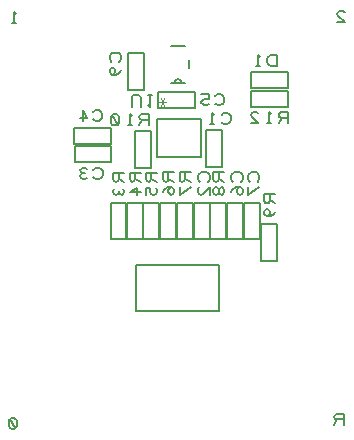
<source format=gbr>
%FSLAX23Y23*%
%MOIN*%
G04 EasyPC Gerber Version 18.0.6 Build 3620 *
%ADD21C,0.00300*%
%ADD10C,0.00500*%
%ADD22C,0.00600*%
%ADD71C,0.00800*%
X0Y0D02*
D02*
D10*
X90Y205D02*
X84Y202D01*
X78*
X72Y205*
X69Y211*
Y230*
X72Y236*
X78Y239*
X84*
X90Y236*
X94Y230*
Y211*
X90Y205*
X72Y236*
X92Y1554D02*
X80D01*
X86D02*
Y1591D01*
X92Y1585*
X348Y1233D02*
X351Y1230D01*
X358Y1227*
X367*
X373Y1230*
X376Y1233*
X380Y1239*
Y1252*
X376Y1258*
X373Y1261*
X367Y1264*
X358*
X351Y1261*
X348Y1258*
X314Y1227D02*
Y1264D01*
X330Y1239*
X305*
X349Y1041D02*
X352Y1038D01*
X359Y1035*
X368*
X374Y1038*
X377Y1041*
X381Y1047*
Y1060*
X377Y1066*
X374Y1069*
X368Y1072*
X359*
X352Y1069*
X349Y1066*
X327Y1038D02*
X321Y1035D01*
X315*
X309Y1038*
X306Y1044*
X309Y1051*
X315Y1054*
X321*
X315D02*
X309Y1057D01*
X306Y1063*
X309Y1069*
X315Y1072*
X321*
X327Y1069*
X435Y1425D02*
X438Y1428D01*
X441Y1435*
Y1444*
X438Y1450*
X435Y1453*
X429Y1456*
X416*
X410Y1453*
X407Y1450*
X404Y1444*
Y1435*
X407Y1428*
X410Y1425*
X441Y1397D02*
X438Y1391D01*
X432Y1385*
X422Y1381*
X413*
X407Y1385*
X404Y1391*
Y1397*
X407Y1403*
X413Y1406*
X419Y1403*
X422Y1397*
Y1391*
X419Y1385*
X413Y1381*
X453Y1056D02*
X416D01*
Y1034*
X419Y1027*
X425Y1024*
X431Y1027*
X434Y1034*
Y1056*
Y1034D02*
X453Y1024D01*
X450Y1002D02*
X453Y996D01*
Y990*
X450Y984*
X444Y981*
X438Y984*
X434Y990*
Y996*
Y990D02*
X431Y984D01*
X425Y981*
X419Y984*
X416Y990*
Y996*
X419Y1002*
X477Y1276D02*
Y1304D01*
X480Y1310*
X486Y1313*
X498*
X505Y1310*
X508Y1304*
Y1276*
X533Y1313D02*
X545D01*
X539D02*
Y1276D01*
X533Y1282*
X508Y1056D02*
X471D01*
Y1034*
X474Y1027*
X480Y1024*
X486Y1027*
X489Y1034*
Y1056*
Y1034D02*
X508Y1024D01*
Y990D02*
X471D01*
X496Y1006*
Y981*
X534Y1213D02*
Y1250D01*
X512*
X506Y1247*
X503Y1241*
X506Y1235*
X512Y1232*
X534*
X512D02*
X503Y1213D01*
X478D02*
X465D01*
X471D02*
Y1250D01*
X478Y1244*
X431Y1216D02*
X424Y1213D01*
X418*
X412Y1216*
X409Y1222*
Y1241*
X412Y1247*
X418Y1250*
X424*
X431Y1247*
X434Y1241*
Y1222*
X431Y1216*
X412Y1247*
X561Y1108D02*
X707D01*
Y1234*
X561*
Y1108*
X562Y1056D02*
X525D01*
Y1034*
X528Y1027*
X534Y1024*
X540Y1027*
X543Y1034*
Y1056*
Y1034D02*
X562Y1024D01*
X559Y1006D02*
X562Y999D01*
Y990*
X559Y984*
X553Y981*
X550*
X543Y984*
X540Y990*
Y1006*
X525*
Y981*
X619Y1057D02*
X582D01*
Y1035*
X585Y1028*
X591Y1025*
X597Y1028*
X600Y1035*
Y1057*
Y1035D02*
X619Y1025D01*
X610Y1007D02*
X604Y1003D01*
X600Y997*
Y991*
X604Y985*
X610Y982*
X616Y985*
X619Y991*
Y997*
X616Y1003*
X610Y1007*
X600*
X591Y1003*
X585Y997*
X582Y991*
X674Y1057D02*
X637D01*
Y1035*
X640Y1028*
X646Y1025*
X652Y1028*
X655Y1035*
Y1057*
Y1035D02*
X674Y1025D01*
Y1007D02*
X637Y982D01*
Y1007*
X731Y1025D02*
X734Y1028D01*
X737Y1035*
Y1044*
X734Y1050*
X731Y1053*
X725Y1057*
X712*
X706Y1053*
X703Y1050*
X700Y1044*
Y1035*
X703Y1028*
X706Y1025*
X737Y982D02*
Y1007D01*
X715Y985*
X709Y982*
X703Y985*
X700Y991*
Y1000*
X703Y1007*
X768Y593D02*
X491D01*
Y747*
X768*
Y593*
X754Y1286D02*
X757Y1283D01*
X764Y1280*
X773*
X779Y1283*
X782Y1286*
X785Y1292*
Y1305*
X782Y1311*
X779Y1314*
X773Y1317*
X764*
X757Y1314*
X754Y1311*
X735Y1283D02*
X729Y1280D01*
X720*
X714Y1283*
X710Y1289*
Y1292*
X714Y1299*
X720Y1302*
X735*
Y1317*
X710*
X786Y1057D02*
X749D01*
Y1035*
X752Y1028*
X758Y1025*
X764Y1028*
X767Y1035*
Y1057*
Y1035D02*
X786Y1025D01*
X767Y997D02*
Y991D01*
X764Y985*
X758Y982*
X752Y985*
X749Y991*
Y997*
X752Y1003*
X758Y1007*
X764Y1003*
X767Y997*
X771Y1003*
X777Y1007*
X783Y1003*
X786Y997*
Y991*
X783Y985*
X777Y982*
X771Y985*
X767Y991*
X777Y1224D02*
X780Y1221D01*
X786Y1218*
X795*
X802Y1221*
X805Y1224*
X808Y1230*
Y1243*
X805Y1249*
X802Y1252*
X795Y1255*
X786*
X780Y1252*
X777Y1249*
X752Y1218D02*
X739D01*
X745D02*
Y1255D01*
X752Y1249*
X841Y1025D02*
X844Y1028D01*
X847Y1035*
Y1044*
X844Y1050*
X841Y1053*
X835Y1057*
X822*
X816Y1053*
X813Y1050*
X810Y1044*
Y1035*
X813Y1028*
X816Y1025*
X838Y1007D02*
X831Y1003D01*
X828Y997*
Y991*
X831Y985*
X838Y982*
X844Y985*
X847Y991*
Y997*
X844Y1003*
X838Y1007*
X828*
X819Y1003*
X813Y997*
X810Y991*
X897Y1025D02*
X900Y1028D01*
X903Y1035*
Y1044*
X900Y1050*
X897Y1053*
X891Y1057*
X878*
X872Y1053*
X869Y1050*
X866Y1044*
Y1035*
X869Y1028*
X872Y1025*
X903Y1007D02*
X866Y982D01*
Y1007*
X961Y1411D02*
Y1448D01*
X942*
X936Y1445*
X932Y1442*
X929Y1436*
Y1423*
X932Y1417*
X936Y1414*
X942Y1411*
X961*
X904D02*
X892D01*
X898D02*
Y1448D01*
X904Y1442*
X956Y985D02*
X919D01*
Y963*
X922Y956*
X928Y953*
X934Y956*
X937Y963*
Y985*
Y963D02*
X956Y953D01*
Y925D02*
X953Y919D01*
X947Y913*
X937Y910*
X928*
X922Y913*
X919Y919*
Y925*
X922Y931*
X928Y935*
X934Y931*
X937Y925*
Y919*
X934Y913*
X928Y910*
X998Y1337D02*
Y1390D01*
X875*
Y1337*
X998*
X999Y1220D02*
Y1257D01*
X977*
X970Y1254*
X967Y1248*
X970Y1242*
X977Y1239*
X999*
X977D02*
X967Y1220D01*
X942D02*
X930D01*
X936D02*
Y1257D01*
X942Y1251*
X874Y1220D02*
X899D01*
X877Y1242*
X874Y1248*
X877Y1254*
X883Y1257*
X892*
X899Y1254*
X1185Y214D02*
Y251D01*
X1163*
X1156Y248*
X1153Y242*
X1156Y236*
X1163Y233*
X1185*
X1163D02*
X1153Y214D01*
X1162Y1557D02*
X1187D01*
X1165Y1579*
X1162Y1585*
X1165Y1591*
X1171Y1594*
X1180*
X1187Y1591*
D02*
D71*
X286Y1205D02*
Y1152D01*
X409*
Y1205*
X286*
X287Y1144D02*
Y1091D01*
X410*
Y1144*
X287*
X407Y833D02*
X460D01*
Y956*
X407*
Y833*
X462D02*
X515D01*
Y956*
X462*
Y833*
X464Y1330D02*
X517D01*
Y1453*
X464*
Y1330*
X488Y1072D02*
X541D01*
Y1195*
X488*
Y1072*
X516Y833D02*
X569D01*
Y956*
X516*
Y833*
X573D02*
X626D01*
Y956*
X573*
Y833*
X628D02*
X681D01*
Y956*
X628*
Y833*
X686D02*
X739D01*
Y956*
X686*
Y833*
X689Y1270D02*
Y1323D01*
X566*
Y1270*
X689*
X740Y833D02*
X793D01*
Y956*
X740*
Y833*
X777Y1197D02*
X724D01*
Y1074*
X777*
Y1197*
X796Y833D02*
X849D01*
Y956*
X796*
Y833*
X852D02*
X905D01*
Y956*
X852*
Y833*
X910Y762D02*
X963D01*
Y885*
X910*
Y762*
X998Y1276D02*
Y1329D01*
X875*
Y1276*
X998*
D02*
D21*
X568Y1290D02*
X593D01*
X574Y1303D02*
X586Y1278D01*
X574D02*
X586Y1303D01*
D02*
D22*
X607Y1478D02*
X656D01*
X620Y1355D02*
G75*
G02X644I12D01*
G01*
X656D02*
X607D01*
X667Y1430D02*
Y1403D01*
X0Y0D02*
M02*

</source>
